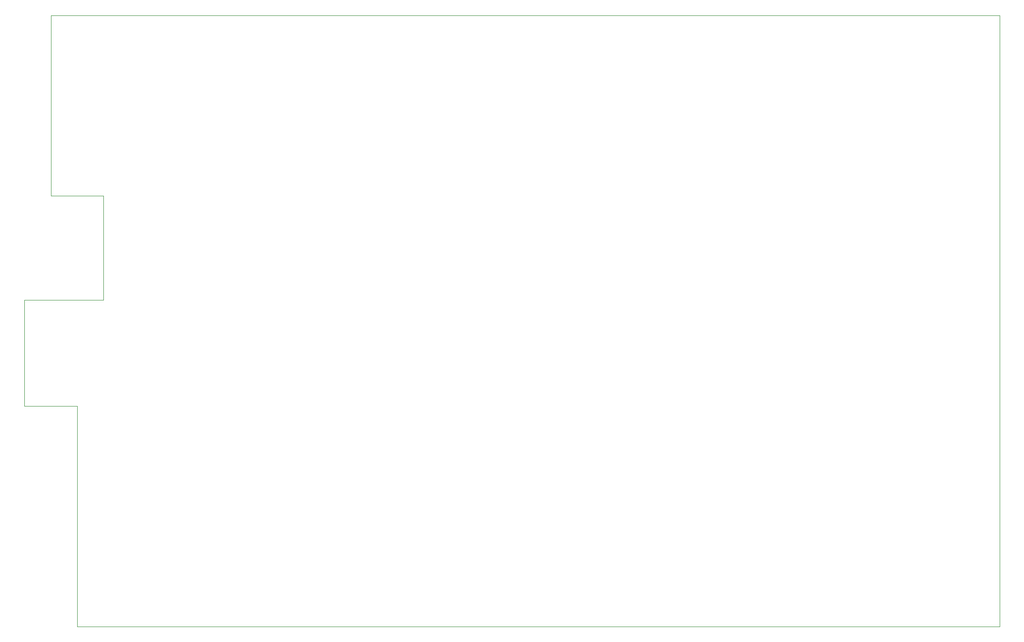
<source format=gbr>
%TF.GenerationSoftware,KiCad,Pcbnew,5.1.10*%
%TF.CreationDate,2021-08-04T22:26:14+02:00*%
%TF.ProjectId,keyboard,6b657962-6f61-4726-942e-6b696361645f,rev?*%
%TF.SameCoordinates,Original*%
%TF.FileFunction,Profile,NP*%
%FSLAX46Y46*%
G04 Gerber Fmt 4.6, Leading zero omitted, Abs format (unit mm)*
G04 Created by KiCad (PCBNEW 5.1.10) date 2021-08-04 22:26:14*
%MOMM*%
%LPD*%
G01*
G04 APERTURE LIST*
%TA.AperFunction,Profile*%
%ADD10C,0.050000*%
%TD*%
G04 APERTURE END LIST*
D10*
X205232000Y-52324000D02*
X33490000Y-52324000D01*
X205232000Y-163068000D02*
X205232000Y-52324000D01*
X38250000Y-163068000D02*
X205232000Y-163068000D01*
X38250000Y-123130000D02*
X38250000Y-163068000D01*
X38240000Y-123130000D02*
X38250000Y-123130000D01*
X28730000Y-123130000D02*
X38240000Y-123130000D01*
X28730000Y-103910000D02*
X28730000Y-123130000D01*
X43010000Y-103910000D02*
X28730000Y-103910000D01*
X43010000Y-85030000D02*
X43010000Y-103910000D01*
X33490000Y-85030000D02*
X43010000Y-85030000D01*
X33490000Y-52324000D02*
X33490000Y-85030000D01*
M02*

</source>
